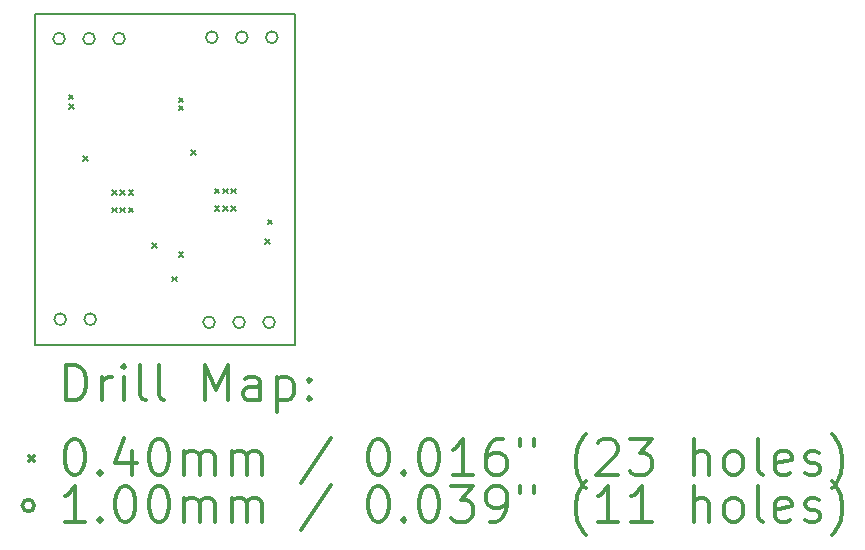
<source format=gbr>
%FSLAX45Y45*%
G04 Gerber Fmt 4.5, Leading zero omitted, Abs format (unit mm)*
G04 Created by KiCad (PCBNEW 4.0.2-stable) date 6/22/2017 3:55:48 PM*
%MOMM*%
G01*
G04 APERTURE LIST*
%ADD10C,0.127000*%
%ADD11C,0.150000*%
%ADD12C,0.200000*%
%ADD13C,0.300000*%
G04 APERTURE END LIST*
D10*
D11*
X10000000Y-12800000D02*
X10000000Y-10000000D01*
X12200000Y-12800000D02*
X10000000Y-12800000D01*
X12200000Y-10000000D02*
X12200000Y-12800000D01*
X10000000Y-10000000D02*
X12200000Y-10000000D01*
D12*
X10284800Y-10683580D02*
X10324800Y-10723580D01*
X10324800Y-10683580D02*
X10284800Y-10723580D01*
X10287340Y-10764860D02*
X10327340Y-10804860D01*
X10327340Y-10764860D02*
X10287340Y-10804860D01*
X10409260Y-11204280D02*
X10449260Y-11244280D01*
X10449260Y-11204280D02*
X10409260Y-11244280D01*
X10652340Y-11490160D02*
X10692340Y-11530160D01*
X10692340Y-11490160D02*
X10652340Y-11530160D01*
X10652340Y-11640160D02*
X10692340Y-11680160D01*
X10692340Y-11640160D02*
X10652340Y-11680160D01*
X10722340Y-11490160D02*
X10762340Y-11530160D01*
X10762340Y-11490160D02*
X10722340Y-11530160D01*
X10722340Y-11640160D02*
X10762340Y-11680160D01*
X10762340Y-11640160D02*
X10722340Y-11680160D01*
X10792340Y-11490160D02*
X10832340Y-11530160D01*
X10832340Y-11490160D02*
X10792340Y-11530160D01*
X10792340Y-11640160D02*
X10832340Y-11680160D01*
X10832340Y-11640160D02*
X10792340Y-11680160D01*
X10990920Y-11940880D02*
X11030920Y-11980880D01*
X11030920Y-11940880D02*
X10990920Y-11980880D01*
X11161100Y-12225360D02*
X11201100Y-12265360D01*
X11201100Y-12225360D02*
X11161100Y-12265360D01*
X11214440Y-10708980D02*
X11254440Y-10748980D01*
X11254440Y-10708980D02*
X11214440Y-10748980D01*
X11214440Y-10777560D02*
X11254440Y-10817560D01*
X11254440Y-10777560D02*
X11214440Y-10817560D01*
X11214440Y-12019620D02*
X11254440Y-12059620D01*
X11254440Y-12019620D02*
X11214440Y-12059620D01*
X11321120Y-11156020D02*
X11361120Y-11196020D01*
X11361120Y-11156020D02*
X11321120Y-11196020D01*
X11521020Y-11480000D02*
X11561020Y-11520000D01*
X11561020Y-11480000D02*
X11521020Y-11520000D01*
X11521020Y-11630000D02*
X11561020Y-11670000D01*
X11561020Y-11630000D02*
X11521020Y-11670000D01*
X11591020Y-11480000D02*
X11631020Y-11520000D01*
X11631020Y-11480000D02*
X11591020Y-11520000D01*
X11591020Y-11630000D02*
X11631020Y-11670000D01*
X11631020Y-11630000D02*
X11591020Y-11670000D01*
X11661020Y-11480000D02*
X11701020Y-11520000D01*
X11701020Y-11480000D02*
X11661020Y-11520000D01*
X11661020Y-11630000D02*
X11701020Y-11670000D01*
X11701020Y-11630000D02*
X11661020Y-11670000D01*
X11948500Y-11905320D02*
X11988500Y-11945320D01*
X11988500Y-11905320D02*
X11948500Y-11945320D01*
X11968820Y-11742760D02*
X12008820Y-11782760D01*
X12008820Y-11742760D02*
X11968820Y-11782760D01*
X10253180Y-10210800D02*
G75*
G03X10253180Y-10210800I-50000J0D01*
G01*
X10263360Y-12585720D02*
G75*
G03X10263360Y-12585720I-50000J0D01*
G01*
X10507180Y-10210800D02*
G75*
G03X10507180Y-10210800I-50000J0D01*
G01*
X10517360Y-12585720D02*
G75*
G03X10517360Y-12585720I-50000J0D01*
G01*
X10761180Y-10210800D02*
G75*
G03X10761180Y-10210800I-50000J0D01*
G01*
X11523200Y-12611120D02*
G75*
G03X11523200Y-12611120I-50000J0D01*
G01*
X11546040Y-10198100D02*
G75*
G03X11546040Y-10198100I-50000J0D01*
G01*
X11777200Y-12611120D02*
G75*
G03X11777200Y-12611120I-50000J0D01*
G01*
X11800040Y-10198100D02*
G75*
G03X11800040Y-10198100I-50000J0D01*
G01*
X12031200Y-12611120D02*
G75*
G03X12031200Y-12611120I-50000J0D01*
G01*
X12054040Y-10198100D02*
G75*
G03X12054040Y-10198100I-50000J0D01*
G01*
D13*
X10263929Y-13273214D02*
X10263929Y-12973214D01*
X10335357Y-12973214D01*
X10378214Y-12987500D01*
X10406786Y-13016071D01*
X10421071Y-13044643D01*
X10435357Y-13101786D01*
X10435357Y-13144643D01*
X10421071Y-13201786D01*
X10406786Y-13230357D01*
X10378214Y-13258929D01*
X10335357Y-13273214D01*
X10263929Y-13273214D01*
X10563929Y-13273214D02*
X10563929Y-13073214D01*
X10563929Y-13130357D02*
X10578214Y-13101786D01*
X10592500Y-13087500D01*
X10621071Y-13073214D01*
X10649643Y-13073214D01*
X10749643Y-13273214D02*
X10749643Y-13073214D01*
X10749643Y-12973214D02*
X10735357Y-12987500D01*
X10749643Y-13001786D01*
X10763929Y-12987500D01*
X10749643Y-12973214D01*
X10749643Y-13001786D01*
X10935357Y-13273214D02*
X10906786Y-13258929D01*
X10892500Y-13230357D01*
X10892500Y-12973214D01*
X11092500Y-13273214D02*
X11063929Y-13258929D01*
X11049643Y-13230357D01*
X11049643Y-12973214D01*
X11435357Y-13273214D02*
X11435357Y-12973214D01*
X11535357Y-13187500D01*
X11635357Y-12973214D01*
X11635357Y-13273214D01*
X11906786Y-13273214D02*
X11906786Y-13116071D01*
X11892500Y-13087500D01*
X11863928Y-13073214D01*
X11806786Y-13073214D01*
X11778214Y-13087500D01*
X11906786Y-13258929D02*
X11878214Y-13273214D01*
X11806786Y-13273214D01*
X11778214Y-13258929D01*
X11763928Y-13230357D01*
X11763928Y-13201786D01*
X11778214Y-13173214D01*
X11806786Y-13158929D01*
X11878214Y-13158929D01*
X11906786Y-13144643D01*
X12049643Y-13073214D02*
X12049643Y-13373214D01*
X12049643Y-13087500D02*
X12078214Y-13073214D01*
X12135357Y-13073214D01*
X12163928Y-13087500D01*
X12178214Y-13101786D01*
X12192500Y-13130357D01*
X12192500Y-13216071D01*
X12178214Y-13244643D01*
X12163928Y-13258929D01*
X12135357Y-13273214D01*
X12078214Y-13273214D01*
X12049643Y-13258929D01*
X12321071Y-13244643D02*
X12335357Y-13258929D01*
X12321071Y-13273214D01*
X12306786Y-13258929D01*
X12321071Y-13244643D01*
X12321071Y-13273214D01*
X12321071Y-13087500D02*
X12335357Y-13101786D01*
X12321071Y-13116071D01*
X12306786Y-13101786D01*
X12321071Y-13087500D01*
X12321071Y-13116071D01*
X9952500Y-13747500D02*
X9992500Y-13787500D01*
X9992500Y-13747500D02*
X9952500Y-13787500D01*
X10321071Y-13603214D02*
X10349643Y-13603214D01*
X10378214Y-13617500D01*
X10392500Y-13631786D01*
X10406786Y-13660357D01*
X10421071Y-13717500D01*
X10421071Y-13788929D01*
X10406786Y-13846071D01*
X10392500Y-13874643D01*
X10378214Y-13888929D01*
X10349643Y-13903214D01*
X10321071Y-13903214D01*
X10292500Y-13888929D01*
X10278214Y-13874643D01*
X10263929Y-13846071D01*
X10249643Y-13788929D01*
X10249643Y-13717500D01*
X10263929Y-13660357D01*
X10278214Y-13631786D01*
X10292500Y-13617500D01*
X10321071Y-13603214D01*
X10549643Y-13874643D02*
X10563929Y-13888929D01*
X10549643Y-13903214D01*
X10535357Y-13888929D01*
X10549643Y-13874643D01*
X10549643Y-13903214D01*
X10821071Y-13703214D02*
X10821071Y-13903214D01*
X10749643Y-13588929D02*
X10678214Y-13803214D01*
X10863928Y-13803214D01*
X11035357Y-13603214D02*
X11063929Y-13603214D01*
X11092500Y-13617500D01*
X11106786Y-13631786D01*
X11121071Y-13660357D01*
X11135357Y-13717500D01*
X11135357Y-13788929D01*
X11121071Y-13846071D01*
X11106786Y-13874643D01*
X11092500Y-13888929D01*
X11063929Y-13903214D01*
X11035357Y-13903214D01*
X11006786Y-13888929D01*
X10992500Y-13874643D01*
X10978214Y-13846071D01*
X10963929Y-13788929D01*
X10963929Y-13717500D01*
X10978214Y-13660357D01*
X10992500Y-13631786D01*
X11006786Y-13617500D01*
X11035357Y-13603214D01*
X11263928Y-13903214D02*
X11263928Y-13703214D01*
X11263928Y-13731786D02*
X11278214Y-13717500D01*
X11306786Y-13703214D01*
X11349643Y-13703214D01*
X11378214Y-13717500D01*
X11392500Y-13746071D01*
X11392500Y-13903214D01*
X11392500Y-13746071D02*
X11406786Y-13717500D01*
X11435357Y-13703214D01*
X11478214Y-13703214D01*
X11506786Y-13717500D01*
X11521071Y-13746071D01*
X11521071Y-13903214D01*
X11663928Y-13903214D02*
X11663928Y-13703214D01*
X11663928Y-13731786D02*
X11678214Y-13717500D01*
X11706786Y-13703214D01*
X11749643Y-13703214D01*
X11778214Y-13717500D01*
X11792500Y-13746071D01*
X11792500Y-13903214D01*
X11792500Y-13746071D02*
X11806786Y-13717500D01*
X11835357Y-13703214D01*
X11878214Y-13703214D01*
X11906786Y-13717500D01*
X11921071Y-13746071D01*
X11921071Y-13903214D01*
X12506786Y-13588929D02*
X12249643Y-13974643D01*
X12892500Y-13603214D02*
X12921071Y-13603214D01*
X12949643Y-13617500D01*
X12963928Y-13631786D01*
X12978214Y-13660357D01*
X12992500Y-13717500D01*
X12992500Y-13788929D01*
X12978214Y-13846071D01*
X12963928Y-13874643D01*
X12949643Y-13888929D01*
X12921071Y-13903214D01*
X12892500Y-13903214D01*
X12863928Y-13888929D01*
X12849643Y-13874643D01*
X12835357Y-13846071D01*
X12821071Y-13788929D01*
X12821071Y-13717500D01*
X12835357Y-13660357D01*
X12849643Y-13631786D01*
X12863928Y-13617500D01*
X12892500Y-13603214D01*
X13121071Y-13874643D02*
X13135357Y-13888929D01*
X13121071Y-13903214D01*
X13106786Y-13888929D01*
X13121071Y-13874643D01*
X13121071Y-13903214D01*
X13321071Y-13603214D02*
X13349643Y-13603214D01*
X13378214Y-13617500D01*
X13392500Y-13631786D01*
X13406785Y-13660357D01*
X13421071Y-13717500D01*
X13421071Y-13788929D01*
X13406785Y-13846071D01*
X13392500Y-13874643D01*
X13378214Y-13888929D01*
X13349643Y-13903214D01*
X13321071Y-13903214D01*
X13292500Y-13888929D01*
X13278214Y-13874643D01*
X13263928Y-13846071D01*
X13249643Y-13788929D01*
X13249643Y-13717500D01*
X13263928Y-13660357D01*
X13278214Y-13631786D01*
X13292500Y-13617500D01*
X13321071Y-13603214D01*
X13706785Y-13903214D02*
X13535357Y-13903214D01*
X13621071Y-13903214D02*
X13621071Y-13603214D01*
X13592500Y-13646071D01*
X13563928Y-13674643D01*
X13535357Y-13688929D01*
X13963928Y-13603214D02*
X13906785Y-13603214D01*
X13878214Y-13617500D01*
X13863928Y-13631786D01*
X13835357Y-13674643D01*
X13821071Y-13731786D01*
X13821071Y-13846071D01*
X13835357Y-13874643D01*
X13849643Y-13888929D01*
X13878214Y-13903214D01*
X13935357Y-13903214D01*
X13963928Y-13888929D01*
X13978214Y-13874643D01*
X13992500Y-13846071D01*
X13992500Y-13774643D01*
X13978214Y-13746071D01*
X13963928Y-13731786D01*
X13935357Y-13717500D01*
X13878214Y-13717500D01*
X13849643Y-13731786D01*
X13835357Y-13746071D01*
X13821071Y-13774643D01*
X14106786Y-13603214D02*
X14106786Y-13660357D01*
X14221071Y-13603214D02*
X14221071Y-13660357D01*
X14663928Y-14017500D02*
X14649643Y-14003214D01*
X14621071Y-13960357D01*
X14606785Y-13931786D01*
X14592500Y-13888929D01*
X14578214Y-13817500D01*
X14578214Y-13760357D01*
X14592500Y-13688929D01*
X14606785Y-13646071D01*
X14621071Y-13617500D01*
X14649643Y-13574643D01*
X14663928Y-13560357D01*
X14763928Y-13631786D02*
X14778214Y-13617500D01*
X14806785Y-13603214D01*
X14878214Y-13603214D01*
X14906785Y-13617500D01*
X14921071Y-13631786D01*
X14935357Y-13660357D01*
X14935357Y-13688929D01*
X14921071Y-13731786D01*
X14749643Y-13903214D01*
X14935357Y-13903214D01*
X15035357Y-13603214D02*
X15221071Y-13603214D01*
X15121071Y-13717500D01*
X15163928Y-13717500D01*
X15192500Y-13731786D01*
X15206785Y-13746071D01*
X15221071Y-13774643D01*
X15221071Y-13846071D01*
X15206785Y-13874643D01*
X15192500Y-13888929D01*
X15163928Y-13903214D01*
X15078214Y-13903214D01*
X15049643Y-13888929D01*
X15035357Y-13874643D01*
X15578214Y-13903214D02*
X15578214Y-13603214D01*
X15706785Y-13903214D02*
X15706785Y-13746071D01*
X15692500Y-13717500D01*
X15663928Y-13703214D01*
X15621071Y-13703214D01*
X15592500Y-13717500D01*
X15578214Y-13731786D01*
X15892500Y-13903214D02*
X15863928Y-13888929D01*
X15849643Y-13874643D01*
X15835357Y-13846071D01*
X15835357Y-13760357D01*
X15849643Y-13731786D01*
X15863928Y-13717500D01*
X15892500Y-13703214D01*
X15935357Y-13703214D01*
X15963928Y-13717500D01*
X15978214Y-13731786D01*
X15992500Y-13760357D01*
X15992500Y-13846071D01*
X15978214Y-13874643D01*
X15963928Y-13888929D01*
X15935357Y-13903214D01*
X15892500Y-13903214D01*
X16163928Y-13903214D02*
X16135357Y-13888929D01*
X16121071Y-13860357D01*
X16121071Y-13603214D01*
X16392500Y-13888929D02*
X16363928Y-13903214D01*
X16306786Y-13903214D01*
X16278214Y-13888929D01*
X16263928Y-13860357D01*
X16263928Y-13746071D01*
X16278214Y-13717500D01*
X16306786Y-13703214D01*
X16363928Y-13703214D01*
X16392500Y-13717500D01*
X16406786Y-13746071D01*
X16406786Y-13774643D01*
X16263928Y-13803214D01*
X16521071Y-13888929D02*
X16549643Y-13903214D01*
X16606786Y-13903214D01*
X16635357Y-13888929D01*
X16649643Y-13860357D01*
X16649643Y-13846071D01*
X16635357Y-13817500D01*
X16606786Y-13803214D01*
X16563928Y-13803214D01*
X16535357Y-13788929D01*
X16521071Y-13760357D01*
X16521071Y-13746071D01*
X16535357Y-13717500D01*
X16563928Y-13703214D01*
X16606786Y-13703214D01*
X16635357Y-13717500D01*
X16749643Y-14017500D02*
X16763928Y-14003214D01*
X16792500Y-13960357D01*
X16806786Y-13931786D01*
X16821071Y-13888929D01*
X16835357Y-13817500D01*
X16835357Y-13760357D01*
X16821071Y-13688929D01*
X16806786Y-13646071D01*
X16792500Y-13617500D01*
X16763928Y-13574643D01*
X16749643Y-13560357D01*
X9992500Y-14163500D02*
G75*
G03X9992500Y-14163500I-50000J0D01*
G01*
X10421071Y-14299214D02*
X10249643Y-14299214D01*
X10335357Y-14299214D02*
X10335357Y-13999214D01*
X10306786Y-14042071D01*
X10278214Y-14070643D01*
X10249643Y-14084929D01*
X10549643Y-14270643D02*
X10563929Y-14284929D01*
X10549643Y-14299214D01*
X10535357Y-14284929D01*
X10549643Y-14270643D01*
X10549643Y-14299214D01*
X10749643Y-13999214D02*
X10778214Y-13999214D01*
X10806786Y-14013500D01*
X10821071Y-14027786D01*
X10835357Y-14056357D01*
X10849643Y-14113500D01*
X10849643Y-14184929D01*
X10835357Y-14242071D01*
X10821071Y-14270643D01*
X10806786Y-14284929D01*
X10778214Y-14299214D01*
X10749643Y-14299214D01*
X10721071Y-14284929D01*
X10706786Y-14270643D01*
X10692500Y-14242071D01*
X10678214Y-14184929D01*
X10678214Y-14113500D01*
X10692500Y-14056357D01*
X10706786Y-14027786D01*
X10721071Y-14013500D01*
X10749643Y-13999214D01*
X11035357Y-13999214D02*
X11063929Y-13999214D01*
X11092500Y-14013500D01*
X11106786Y-14027786D01*
X11121071Y-14056357D01*
X11135357Y-14113500D01*
X11135357Y-14184929D01*
X11121071Y-14242071D01*
X11106786Y-14270643D01*
X11092500Y-14284929D01*
X11063929Y-14299214D01*
X11035357Y-14299214D01*
X11006786Y-14284929D01*
X10992500Y-14270643D01*
X10978214Y-14242071D01*
X10963929Y-14184929D01*
X10963929Y-14113500D01*
X10978214Y-14056357D01*
X10992500Y-14027786D01*
X11006786Y-14013500D01*
X11035357Y-13999214D01*
X11263928Y-14299214D02*
X11263928Y-14099214D01*
X11263928Y-14127786D02*
X11278214Y-14113500D01*
X11306786Y-14099214D01*
X11349643Y-14099214D01*
X11378214Y-14113500D01*
X11392500Y-14142071D01*
X11392500Y-14299214D01*
X11392500Y-14142071D02*
X11406786Y-14113500D01*
X11435357Y-14099214D01*
X11478214Y-14099214D01*
X11506786Y-14113500D01*
X11521071Y-14142071D01*
X11521071Y-14299214D01*
X11663928Y-14299214D02*
X11663928Y-14099214D01*
X11663928Y-14127786D02*
X11678214Y-14113500D01*
X11706786Y-14099214D01*
X11749643Y-14099214D01*
X11778214Y-14113500D01*
X11792500Y-14142071D01*
X11792500Y-14299214D01*
X11792500Y-14142071D02*
X11806786Y-14113500D01*
X11835357Y-14099214D01*
X11878214Y-14099214D01*
X11906786Y-14113500D01*
X11921071Y-14142071D01*
X11921071Y-14299214D01*
X12506786Y-13984929D02*
X12249643Y-14370643D01*
X12892500Y-13999214D02*
X12921071Y-13999214D01*
X12949643Y-14013500D01*
X12963928Y-14027786D01*
X12978214Y-14056357D01*
X12992500Y-14113500D01*
X12992500Y-14184929D01*
X12978214Y-14242071D01*
X12963928Y-14270643D01*
X12949643Y-14284929D01*
X12921071Y-14299214D01*
X12892500Y-14299214D01*
X12863928Y-14284929D01*
X12849643Y-14270643D01*
X12835357Y-14242071D01*
X12821071Y-14184929D01*
X12821071Y-14113500D01*
X12835357Y-14056357D01*
X12849643Y-14027786D01*
X12863928Y-14013500D01*
X12892500Y-13999214D01*
X13121071Y-14270643D02*
X13135357Y-14284929D01*
X13121071Y-14299214D01*
X13106786Y-14284929D01*
X13121071Y-14270643D01*
X13121071Y-14299214D01*
X13321071Y-13999214D02*
X13349643Y-13999214D01*
X13378214Y-14013500D01*
X13392500Y-14027786D01*
X13406785Y-14056357D01*
X13421071Y-14113500D01*
X13421071Y-14184929D01*
X13406785Y-14242071D01*
X13392500Y-14270643D01*
X13378214Y-14284929D01*
X13349643Y-14299214D01*
X13321071Y-14299214D01*
X13292500Y-14284929D01*
X13278214Y-14270643D01*
X13263928Y-14242071D01*
X13249643Y-14184929D01*
X13249643Y-14113500D01*
X13263928Y-14056357D01*
X13278214Y-14027786D01*
X13292500Y-14013500D01*
X13321071Y-13999214D01*
X13521071Y-13999214D02*
X13706785Y-13999214D01*
X13606785Y-14113500D01*
X13649643Y-14113500D01*
X13678214Y-14127786D01*
X13692500Y-14142071D01*
X13706785Y-14170643D01*
X13706785Y-14242071D01*
X13692500Y-14270643D01*
X13678214Y-14284929D01*
X13649643Y-14299214D01*
X13563928Y-14299214D01*
X13535357Y-14284929D01*
X13521071Y-14270643D01*
X13849643Y-14299214D02*
X13906785Y-14299214D01*
X13935357Y-14284929D01*
X13949643Y-14270643D01*
X13978214Y-14227786D01*
X13992500Y-14170643D01*
X13992500Y-14056357D01*
X13978214Y-14027786D01*
X13963928Y-14013500D01*
X13935357Y-13999214D01*
X13878214Y-13999214D01*
X13849643Y-14013500D01*
X13835357Y-14027786D01*
X13821071Y-14056357D01*
X13821071Y-14127786D01*
X13835357Y-14156357D01*
X13849643Y-14170643D01*
X13878214Y-14184929D01*
X13935357Y-14184929D01*
X13963928Y-14170643D01*
X13978214Y-14156357D01*
X13992500Y-14127786D01*
X14106786Y-13999214D02*
X14106786Y-14056357D01*
X14221071Y-13999214D02*
X14221071Y-14056357D01*
X14663928Y-14413500D02*
X14649643Y-14399214D01*
X14621071Y-14356357D01*
X14606785Y-14327786D01*
X14592500Y-14284929D01*
X14578214Y-14213500D01*
X14578214Y-14156357D01*
X14592500Y-14084929D01*
X14606785Y-14042071D01*
X14621071Y-14013500D01*
X14649643Y-13970643D01*
X14663928Y-13956357D01*
X14935357Y-14299214D02*
X14763928Y-14299214D01*
X14849643Y-14299214D02*
X14849643Y-13999214D01*
X14821071Y-14042071D01*
X14792500Y-14070643D01*
X14763928Y-14084929D01*
X15221071Y-14299214D02*
X15049643Y-14299214D01*
X15135357Y-14299214D02*
X15135357Y-13999214D01*
X15106785Y-14042071D01*
X15078214Y-14070643D01*
X15049643Y-14084929D01*
X15578214Y-14299214D02*
X15578214Y-13999214D01*
X15706785Y-14299214D02*
X15706785Y-14142071D01*
X15692500Y-14113500D01*
X15663928Y-14099214D01*
X15621071Y-14099214D01*
X15592500Y-14113500D01*
X15578214Y-14127786D01*
X15892500Y-14299214D02*
X15863928Y-14284929D01*
X15849643Y-14270643D01*
X15835357Y-14242071D01*
X15835357Y-14156357D01*
X15849643Y-14127786D01*
X15863928Y-14113500D01*
X15892500Y-14099214D01*
X15935357Y-14099214D01*
X15963928Y-14113500D01*
X15978214Y-14127786D01*
X15992500Y-14156357D01*
X15992500Y-14242071D01*
X15978214Y-14270643D01*
X15963928Y-14284929D01*
X15935357Y-14299214D01*
X15892500Y-14299214D01*
X16163928Y-14299214D02*
X16135357Y-14284929D01*
X16121071Y-14256357D01*
X16121071Y-13999214D01*
X16392500Y-14284929D02*
X16363928Y-14299214D01*
X16306786Y-14299214D01*
X16278214Y-14284929D01*
X16263928Y-14256357D01*
X16263928Y-14142071D01*
X16278214Y-14113500D01*
X16306786Y-14099214D01*
X16363928Y-14099214D01*
X16392500Y-14113500D01*
X16406786Y-14142071D01*
X16406786Y-14170643D01*
X16263928Y-14199214D01*
X16521071Y-14284929D02*
X16549643Y-14299214D01*
X16606786Y-14299214D01*
X16635357Y-14284929D01*
X16649643Y-14256357D01*
X16649643Y-14242071D01*
X16635357Y-14213500D01*
X16606786Y-14199214D01*
X16563928Y-14199214D01*
X16535357Y-14184929D01*
X16521071Y-14156357D01*
X16521071Y-14142071D01*
X16535357Y-14113500D01*
X16563928Y-14099214D01*
X16606786Y-14099214D01*
X16635357Y-14113500D01*
X16749643Y-14413500D02*
X16763928Y-14399214D01*
X16792500Y-14356357D01*
X16806786Y-14327786D01*
X16821071Y-14284929D01*
X16835357Y-14213500D01*
X16835357Y-14156357D01*
X16821071Y-14084929D01*
X16806786Y-14042071D01*
X16792500Y-14013500D01*
X16763928Y-13970643D01*
X16749643Y-13956357D01*
M02*

</source>
